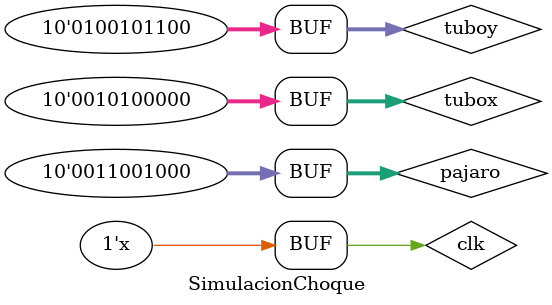
<source format=v>
`timescale 1ns / 1ps


module SimulacionChoque;

	// Inputs
	reg clk;
	reg [9:0] pajaro;
	reg [9:0] tubox;
	reg [9:0] tuboy;

	// Outputs
	wire choque;

	// Instantiate the Unit Under Test (UUT)
	comparadorChoque uut (
		.clk(clk), 
		.pajaro(pajaro), 
		.tubox(tubox), 
		.tuboy(tuboy), 
		.choque(choque)
	);

	initial begin
		// Initialize Inputs
		clk = 0;
		pajaro = 0;
		tubox = 0;
		tuboy = 0;

		// Wait 100 ns for global reset to finish
		#100;
        
		  
		pajaro = 200;
		tubox = 160;
		tuboy = 300;
		
		// Add stimulus here

	end
      
		always begin #20 clk = ~clk; end
		
endmodule


</source>
